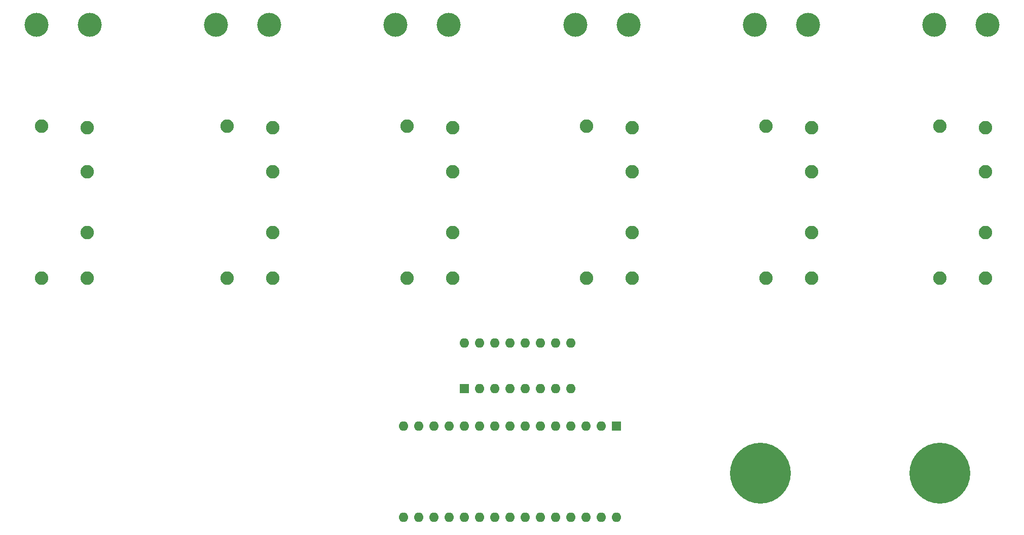
<source format=gbr>
G04 #@! TF.GenerationSoftware,KiCad,Pcbnew,5.1.8+dfsg1-1+b1*
G04 #@! TF.CreationDate,2020-12-23T10:12:17+01:00*
G04 #@! TF.ProjectId,first_try,66697273-745f-4747-9279-2e6b69636164,rev?*
G04 #@! TF.SameCoordinates,Original*
G04 #@! TF.FileFunction,Soldermask,Bot*
G04 #@! TF.FilePolarity,Negative*
%FSLAX46Y46*%
G04 Gerber Fmt 4.6, Leading zero omitted, Abs format (unit mm)*
G04 Created by KiCad (PCBNEW 5.1.8+dfsg1-1+b1) date 2020-12-23 10:12:17*
%MOMM*%
%LPD*%
G01*
G04 APERTURE LIST*
%ADD10C,4.000000*%
%ADD11C,2.250000*%
%ADD12C,10.160000*%
%ADD13O,1.600000X1.600000*%
%ADD14R,1.600000X1.600000*%
G04 APERTURE END LIST*
D10*
G04 #@! TO.C,J_IN3*
X116110000Y-30000000D03*
X125000000Y-30000000D03*
G04 #@! TD*
G04 #@! TO.C,J_OUT1*
X146110000Y-30000000D03*
X155000000Y-30000000D03*
G04 #@! TD*
D11*
G04 #@! TO.C,K3*
X118000000Y-47000000D03*
X118000000Y-72400000D03*
X125620000Y-72400000D03*
X125620000Y-64780000D03*
X125620000Y-54620000D03*
X125620000Y-47200000D03*
G04 #@! TD*
D12*
G04 #@! TO.C,J1*
X177030000Y-105000000D03*
X207000000Y-105000000D03*
G04 #@! TD*
D11*
G04 #@! TO.C,K4*
X148000000Y-47000000D03*
X148000000Y-72400000D03*
X155620000Y-72400000D03*
X155620000Y-64780000D03*
X155620000Y-54620000D03*
X155620000Y-47200000D03*
G04 #@! TD*
G04 #@! TO.C,K6*
X207000000Y-47000000D03*
X207000000Y-72400000D03*
X214620000Y-72400000D03*
X214620000Y-64780000D03*
X214620000Y-54620000D03*
X214620000Y-47200000D03*
G04 #@! TD*
D10*
G04 #@! TO.C,J_IN2*
X86110000Y-30000000D03*
X95000000Y-30000000D03*
G04 #@! TD*
D13*
G04 #@! TO.C,U1*
X127550000Y-83180000D03*
X145330000Y-90800000D03*
X130090000Y-83180000D03*
X142790000Y-90800000D03*
X132630000Y-83180000D03*
X140250000Y-90800000D03*
X135170000Y-83180000D03*
X137710000Y-90800000D03*
X137710000Y-83180000D03*
X135170000Y-90800000D03*
X140250000Y-83180000D03*
X132630000Y-90800000D03*
X142790000Y-83180000D03*
X130090000Y-90800000D03*
X145330000Y-83180000D03*
D14*
X127550000Y-90800000D03*
G04 #@! TD*
D11*
G04 #@! TO.C,K1*
X57000000Y-47000000D03*
X57000000Y-72400000D03*
X64620000Y-72400000D03*
X64620000Y-64780000D03*
X64620000Y-54620000D03*
X64620000Y-47200000D03*
G04 #@! TD*
D10*
G04 #@! TO.C,J_OUT3*
X206110000Y-30000000D03*
X215000000Y-30000000D03*
G04 #@! TD*
G04 #@! TO.C,J_OUT2*
X176110000Y-30000000D03*
X185000000Y-30000000D03*
G04 #@! TD*
G04 #@! TO.C,J_IN1*
X56110000Y-30000000D03*
X65000000Y-30000000D03*
G04 #@! TD*
D11*
G04 #@! TO.C,K5*
X178000000Y-47000000D03*
X178000000Y-72400000D03*
X185620000Y-72400000D03*
X185620000Y-64780000D03*
X185620000Y-54620000D03*
X185620000Y-47200000D03*
G04 #@! TD*
D13*
G04 #@! TO.C,A1*
X117390000Y-112360000D03*
X117390000Y-97120000D03*
X152950000Y-112360000D03*
X119930000Y-97120000D03*
X150410000Y-112360000D03*
X122470000Y-97120000D03*
X147870000Y-112360000D03*
X125010000Y-97120000D03*
X145330000Y-112360000D03*
X127550000Y-97120000D03*
X142790000Y-112360000D03*
X130090000Y-97120000D03*
X140250000Y-112360000D03*
X132630000Y-97120000D03*
X137710000Y-112360000D03*
X135170000Y-97120000D03*
X135170000Y-112360000D03*
X137710000Y-97120000D03*
X132630000Y-112360000D03*
X140250000Y-97120000D03*
X130090000Y-112360000D03*
X142790000Y-97120000D03*
X127550000Y-112360000D03*
X145330000Y-97120000D03*
X125010000Y-112360000D03*
X147870000Y-97120000D03*
X122470000Y-112360000D03*
X150410000Y-97120000D03*
X119930000Y-112360000D03*
D14*
X152950000Y-97120000D03*
G04 #@! TD*
D11*
G04 #@! TO.C,K2*
X88000000Y-47000000D03*
X88000000Y-72400000D03*
X95620000Y-72400000D03*
X95620000Y-64780000D03*
X95620000Y-54620000D03*
X95620000Y-47200000D03*
G04 #@! TD*
M02*

</source>
